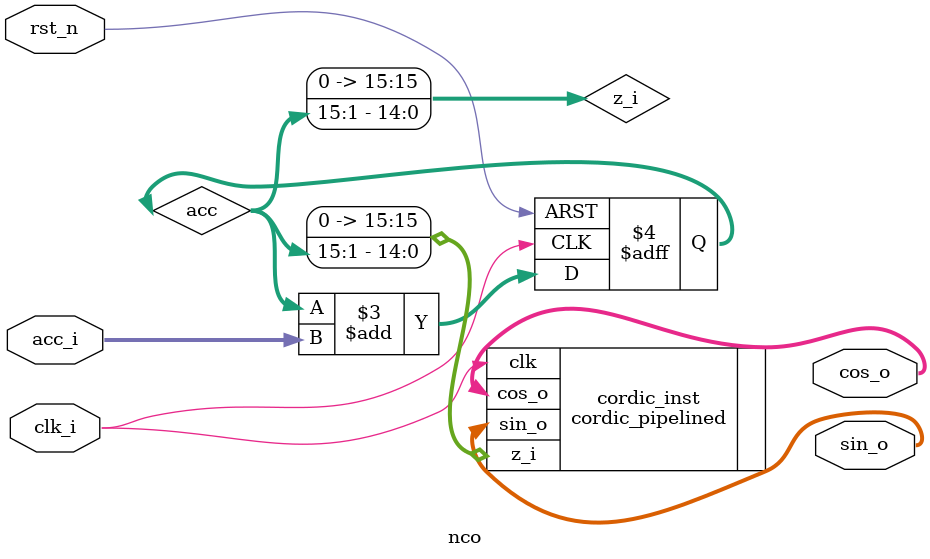
<source format=v>
`timescale 1ns / 100ps
module nco #(
	parameter	VEC_WIDTH = 16,
	parameter	ANG_WIDTH = 16,
	parameter	ACC_WIDTH = 16	)(
	input	wire						clk_i,
	input	wire						rst_n,
	input	wire	[ACC_WIDTH-1:0]		acc_i,
	output	signed	[VEC_WIDTH-1:0]		cos_o,
	output	signed	[VEC_WIDTH-1:0]		sin_o
	);

/* What is cordic?
	Iteration of following equation:
	Xi+1 = Xi + delta*Yi*2^(-i)
	Yi+1 = Yi - delta*Xi*2^(-i)
	Zi+1 = Zi + delta*arctan(2^(-i))
*/

// Accumulator
reg		[ACC_WIDTH-1:0]		acc;

always @ (posedge clk_i, negedge rst_n)
begin
	if (!rst_n)
		acc <= 'd0;
	else
		acc <= acc + acc_i;
end

wire [ANG_WIDTH-1:0] z_i = acc[ACC_WIDTH-1 : ACC_WIDTH-ANG_WIDTH+1];

cordic_pipelined #(
	.VEC_WIDTH		(VEC_WIDTH),
	.ANG_WIDTH		(ANG_WIDTH)
)	cordic_inst (
	.clk			(clk_i),
	.z_i			(z_i),
	.cos_o			(cos_o), 
	.sin_o			(sin_o)
);
	
endmodule

</source>
